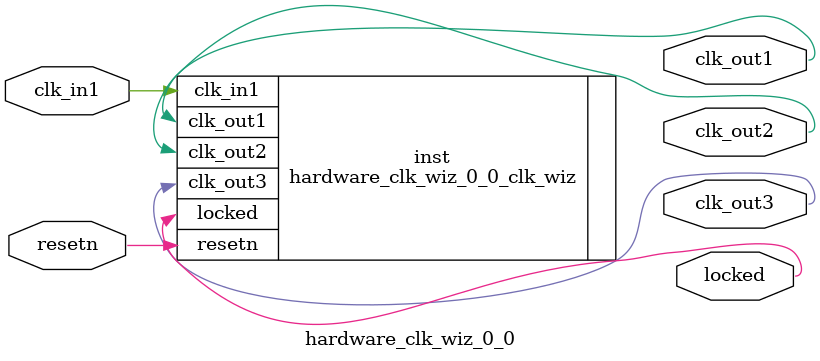
<source format=v>


`timescale 1ps/1ps

(* CORE_GENERATION_INFO = "hardware_clk_wiz_0_0,clk_wiz_v6_0_8_0_0,{component_name=hardware_clk_wiz_0_0,use_phase_alignment=false,use_min_o_jitter=false,use_max_i_jitter=false,use_dyn_phase_shift=false,use_inclk_switchover=false,use_dyn_reconfig=false,enable_axi=0,feedback_source=FDBK_AUTO,PRIMITIVE=MMCM,num_out_clk=3,clkin1_period=10.000,clkin2_period=10.000,use_power_down=false,use_reset=true,use_locked=true,use_inclk_stopped=false,feedback_type=SINGLE,CLOCK_MGR_TYPE=NA,manual_override=false}" *)

module hardware_clk_wiz_0_0 
 (
  // Clock out ports
  output        clk_out1,
  output        clk_out2,
  output        clk_out3,
  // Status and control signals
  input         resetn,
  output        locked,
 // Clock in ports
  input         clk_in1
 );

  hardware_clk_wiz_0_0_clk_wiz inst
  (
  // Clock out ports  
  .clk_out1(clk_out1),
  .clk_out2(clk_out2),
  .clk_out3(clk_out3),
  // Status and control signals               
  .resetn(resetn), 
  .locked(locked),
 // Clock in ports
  .clk_in1(clk_in1)
  );

endmodule

</source>
